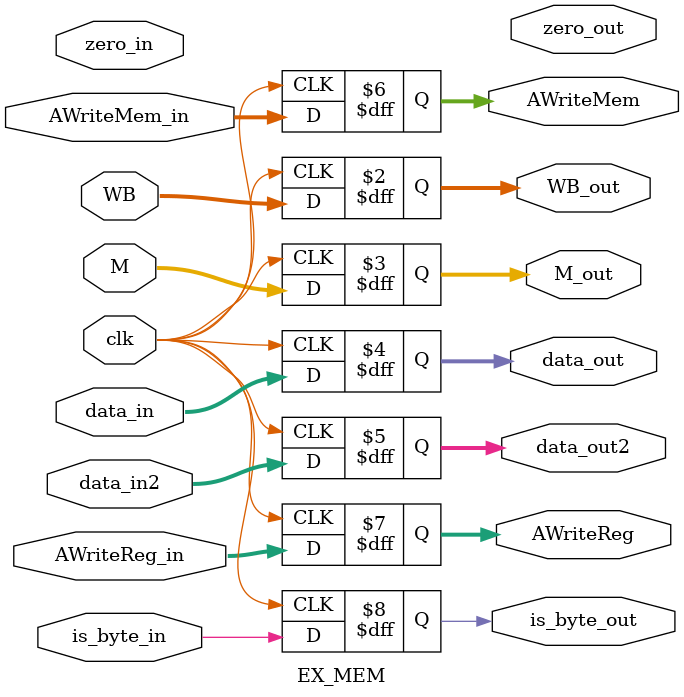
<source format=v>
module EX_MEM#(parameter SIZE = 32,
		 parameter ADDR_SIZE = 5,
		 parameter S_WB = 2,
		 parameter S_M = 3)
	(
		input clk,
		input [S_WB-1:0]WB,
		input [S_M-1:0]M,
		input zero_in,
		input [SIZE-1:0] data_in,
		input [SIZE-1:0] data_in2,
		input [SIZE-1:0] AWriteMem_in,
		input [ADDR_SIZE-1:0] AWriteReg_in,
		input is_byte_in,
		output reg [S_WB-1:0] WB_out,
		output reg [S_M-1:0] M_out,
		output reg zero_out,
		output reg [SIZE-1:0] data_out,
		output reg [SIZE-1:0] data_out2,
		output reg [SIZE-1:0] AWriteMem,
		output reg [ADDR_SIZE-1:0] AWriteReg,
		output reg is_byte_out
	);



	always @(posedge clk) begin
		WB_out <= WB;
		M_out <= M;
		data_out <= data_in;
		data_out2 <= data_in2;
		AWriteMem <= AWriteMem_in;
		AWriteReg <= AWriteReg_in;
		is_byte_out <= is_byte_in;
		
	
	end
	


endmodule
</source>
